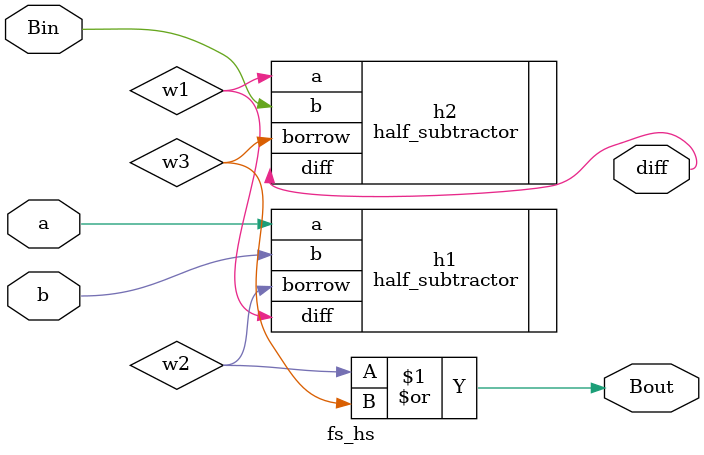
<source format=v>
module fs_hs(output diff,Bout,input a,b,Bin);
wire w1,w2,w3;
half_subtractor  h1(.a(a),.b(b),.diff(w1),.borrow(w2));

half_subtractor h2(.a(w1),.b(Bin),.diff(diff),.borrow(w3));

or h3(Bout,w2,w3);
endmodule
</source>
